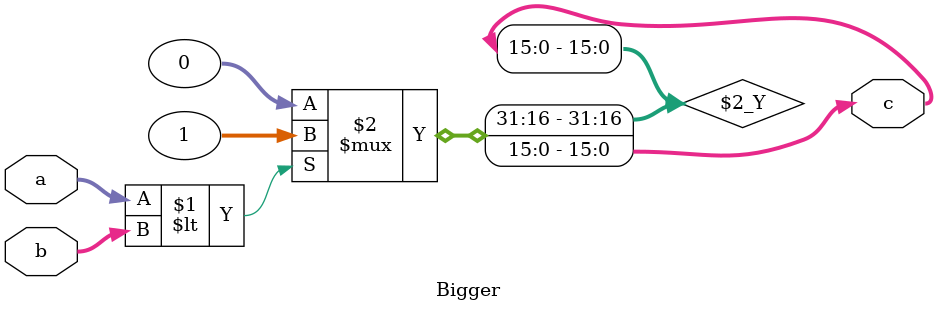
<source format=v>
`timescale 1ns / 1ps
module Bigger(a,b,c
    );
	 input[15:0]a;
	 input[15:0]b;
	 output wire [15:0]c;
	 assign c=(a<b)?1:0;


endmodule

</source>
